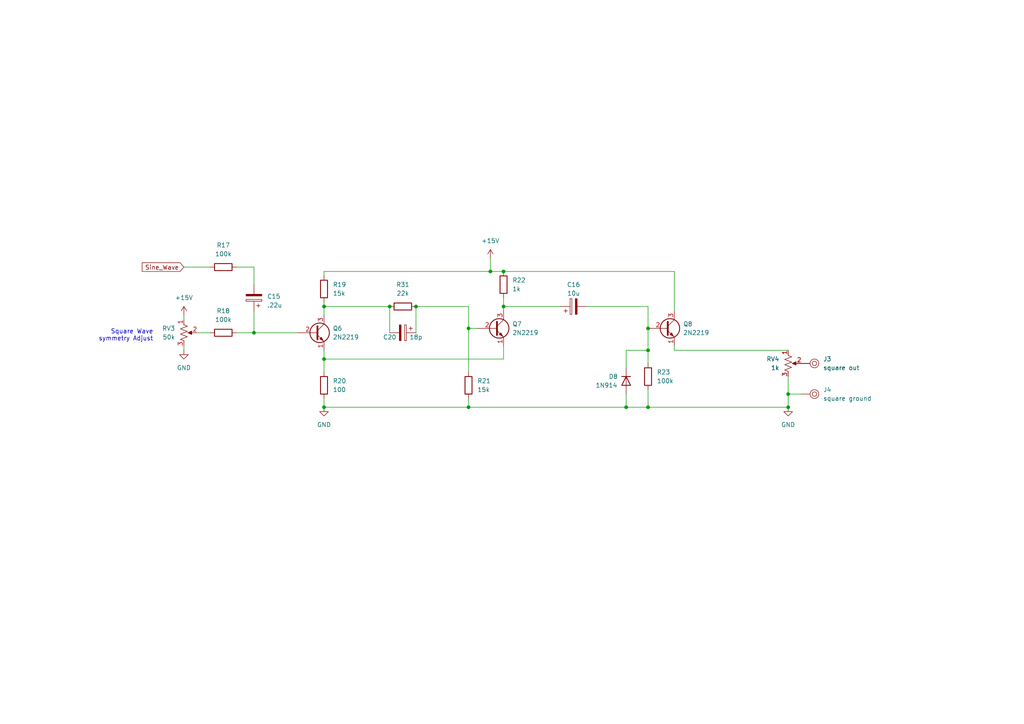
<source format=kicad_sch>
(kicad_sch (version 20211123) (generator eeschema)
  (paper "A4")
  (lib_symbols
    (symbol "Device:C_Polarized" (pin_numbers hide) (pin_names (offset 0.254))
      (property "Reference" "C" (at 0.635 2.54 0))
      (property "Value" "C_Polarized" (at 0.635 -2.54 0))
      (symbol "C_Polarized_0_1"
        (rectangle (start -2.286 0.508) (end 2.286 1.016))
        (polyline (pts (xy -1.778 2.286) (xy -0.762 2.286)))
        (polyline (pts (xy -1.27 2.794) (xy -1.27 1.778)))
        (rectangle (start 2.286 -0.508) (end -2.286 -1.016) (fill (type outline)))
      )
      (symbol "C_Polarized_1_1"
        (pin passive line (at 0 3.81 270) (length 2.794) (name "~") (number "1"))
        (pin passive line (at 0 -3.81 90) (length 2.794) (name "~") (number "2"))
      )
    )
    (symbol "Device:R" (pin_numbers hide) (pin_names (offset 0))
      (property "Reference" "R" (at 2.032 0 90))
      (property "Value" "R" (at 0 0 90))
      (symbol "R_0_1"
        (rectangle (start -1.016 -2.54) (end 1.016 2.54) (stroke (width 0.254)))
      )
      (symbol "R_1_1"
        (pin passive line (at 0 3.81 270) (length 1.27) (name "~") (number "1"))
        (pin passive line (at 0 -3.81 90) (length 1.27) (name "~") (number "2"))
      )
    )
    (symbol "Device:R_Potentiometer_US" (pin_names (offset 1.016) hide)
      (property "Reference" "RV" (at -4.445 0 90))
      (property "Value" "R_Potentiometer_US" (at -2.54 0 90))
      (symbol "R_Potentiometer_US_0_1"
        (polyline (pts (xy 0 -2.286) (xy 0 -2.54)))
        (polyline (pts (xy 0 2.54) (xy 0 2.286)))
        (polyline (pts (xy 2.54 0) (xy 1.524 0)))
        (polyline (pts (xy 1.143 0) (xy 2.286 0.508) (xy 2.286 -0.508) (xy 1.143 0)) (fill (type outline)))
        (polyline (pts (xy 0 -0.762) (xy 1.016 -1.143) (xy 0 -1.524) (xy -1.016 -1.905) (xy 0 -2.286)))
        (polyline (pts (xy 0 0.762) (xy 1.016 0.381) (xy 0 0) (xy -1.016 -0.381) (xy 0 -0.762)))
        (polyline (pts (xy 0 2.286) (xy 1.016 1.905) (xy 0 1.524) (xy -1.016 1.143) (xy 0 0.762)))
      )
      (symbol "R_Potentiometer_US_1_1"
        (pin passive line (at 0 3.81 270) (length 1.27) (name "1") (number "1"))
        (pin passive line (at 3.81 0 180) (length 1.27) (name "2") (number "2"))
        (pin passive line (at 0 -3.81 90) (length 1.27) (name "3") (number "3"))
      )
    )
    (symbol "Diode:1N914" (pin_numbers hide) (pin_names hide)
      (property "Reference" "D" (at 0 2.54 0))
      (property "Value" "1N914" (at 0 -2.54 0))
      (symbol "1N914_0_1"
        (polyline (pts (xy -1.27 1.27) (xy -1.27 -1.27)) (stroke (width 0.254)))
        (polyline (pts (xy 1.27 0) (xy -1.27 0)))
        (polyline (pts (xy 1.27 1.27) (xy 1.27 -1.27) (xy -1.27 0) (xy 1.27 1.27)) (stroke (width 0.254)))
      )
      (symbol "1N914_1_1"
        (pin passive line (at -3.81 0 0) (length 2.54) (name "K") (number "1"))
        (pin passive line (at 3.81 0 180) (length 2.54) (name "A") (number "2"))
      )
    )
    (symbol "Transistor_BJT:2N2219" (pin_names (offset 0) hide)
      (property "Reference" "Q" (at 5.08 1.905 0))
      (property "Value" "2N2219" (at 5.08 0 0))
      (symbol "2N2219_0_1"
        (polyline (pts (xy 0.635 0.635) (xy 2.54 2.54)))
        (polyline (pts (xy 0.635 -0.635) (xy 2.54 -2.54) (xy 2.54 -2.54)))
        (polyline (pts (xy 0.635 1.905) (xy 0.635 -1.905) (xy 0.635 -1.905)) (stroke (width 0.508)))
        (polyline (pts (xy 1.27 -1.778) (xy 1.778 -1.27) (xy 2.286 -2.286) (xy 1.27 -1.778) (xy 1.27 -1.778)) (fill (type outline)))
        (circle (center 1.27 0) (radius 2.8194) (stroke (width 0.254)))
      )
      (symbol "2N2219_1_1"
        (pin passive line (at 2.54 -5.08 90) (length 2.54) (name "E") (number "1"))
        (pin passive line (at -5.08 0 0) (length 5.715) (name "B") (number "2"))
        (pin passive line (at 2.54 5.08 270) (length 2.54) (name "C") (number "3"))
      )
    )
    (symbol "dk_Banana-and-Tip-Connectors-Jacks-Plugs:105-1102-001" (pin_numbers hide) (pin_names (offset 1.016) hide)
      (property "Reference" "J" (at -1.27 1.27 0))
      (property "Value" "105-1102-001" (at 1.27 -2.54 0))
      (symbol "105-1102-001_0_1"
        (circle (center 0 0) (radius 1.27))
      )
      (symbol "105-1102-001_1_1"
        (circle (center 0 0) (radius 0.635))
        (pin passive line (at 0 -3.81 90) (length 2.54) (name "~") (number "1"))
      )
    )
    (symbol "power:+15V" (power) (pin_names (offset 0))
      (property "Value" "+15V" (at 0 3.556 0))
      (symbol "+15V_0_1"
        (polyline (pts (xy -0.762 1.27) (xy 0 2.54)))
        (polyline (pts (xy 0 0) (xy 0 2.54)))
        (polyline (pts (xy 0 2.54) (xy 0.762 1.27)))
      )
      (symbol "+15V_1_1"
        (pin power_in line (at 0 0 90) (length 0) hide (name "+15V") (number "1"))
      )
    )
    (symbol "power:GND" (power) (pin_names (offset 0))
      (property "Value" "GND" (at 0 -3.81 0))
      (symbol "GND_0_1"
        (polyline (pts (xy 0 0) (xy 0 -1.27) (xy 1.27 -1.27) (xy 0 -2.54) (xy -1.27 -1.27) (xy 0 -1.27)))
      )
      (symbol "GND_1_1"
        (pin power_in line (at 0 0 270) (length 0) hide (name "GND") (number "1"))
      )
    )
  )
  (junction (at 142.24 78.74))
  (junction (at 93.98 88.9))
  (junction (at 146.05 78.74))
  (junction (at 187.96 118.11))
  (junction (at 93.98 118.11))
  (junction (at 93.98 104.14))
  (junction (at 73.66 96.52))
  (junction (at 135.89 118.11))
  (junction (at 146.05 88.9))
  (junction (at 187.96 101.6))
  (junction (at 113.03 88.9))
  (junction (at 228.6 118.11))
  (junction (at 135.89 95.25))
  (junction (at 187.96 95.25))
  (junction (at 181.61 118.11))
  (junction (at 228.6 114.3))
  (junction (at 120.65 88.9))
  (wire (pts (xy 93.98 88.9) (xy 113.03 88.9)))
  (wire (pts (xy 60.96 96.52) (xy 57.15 96.52)))
  (wire (pts (xy 181.61 101.6) (xy 181.61 106.68)))
  (wire (pts (xy 93.98 101.6) (xy 93.98 104.14)))
  (wire (pts (xy 181.61 118.11) (xy 187.96 118.11)))
  (wire (pts (xy 195.58 101.6) (xy 195.58 100.33)))
  (wire (pts (xy 93.98 88.9) (xy 93.98 91.44)))
  (wire (pts (xy 120.65 88.9) (xy 120.65 96.52)))
  (wire (pts (xy 142.24 78.74) (xy 142.24 74.93)))
  (wire (pts (xy 181.61 114.3) (xy 181.61 118.11)))
  (wire (pts (xy 138.43 95.25) (xy 135.89 95.25)))
  (wire (pts (xy 93.98 115.57) (xy 93.98 118.11)))
  (wire (pts (xy 187.96 88.9) (xy 187.96 95.25)))
  (wire (pts (xy 170.18 88.9) (xy 187.96 88.9)))
  (wire (pts (xy 228.6 109.22) (xy 228.6 114.3)))
  (wire (pts (xy 187.96 113.03) (xy 187.96 118.11)))
  (wire (pts (xy 135.89 115.57) (xy 135.89 118.11)))
  (wire (pts (xy 228.6 114.3) (xy 228.6 118.11)))
  (wire (pts (xy 228.6 114.3) (xy 232.41 114.3)))
  (wire (pts (xy 53.34 77.47) (xy 60.96 77.47)))
  (wire (pts (xy 228.6 101.6) (xy 195.58 101.6)))
  (wire (pts (xy 146.05 104.14) (xy 93.98 104.14)))
  (wire (pts (xy 93.98 118.11) (xy 135.89 118.11)))
  (wire (pts (xy 93.98 87.63) (xy 93.98 88.9)))
  (wire (pts (xy 135.89 88.9) (xy 120.65 88.9)))
  (wire (pts (xy 113.03 88.9) (xy 113.03 96.52)))
  (wire (pts (xy 142.24 78.74) (xy 146.05 78.74)))
  (wire (pts (xy 93.98 78.74) (xy 142.24 78.74)))
  (wire (pts (xy 73.66 96.52) (xy 86.36 96.52)))
  (wire (pts (xy 135.89 95.25) (xy 135.89 107.95)))
  (wire (pts (xy 146.05 78.74) (xy 195.58 78.74)))
  (wire (pts (xy 195.58 78.74) (xy 195.58 90.17)))
  (wire (pts (xy 146.05 86.36) (xy 146.05 88.9)))
  (wire (pts (xy 68.58 96.52) (xy 73.66 96.52)))
  (wire (pts (xy 135.89 118.11) (xy 181.61 118.11)))
  (wire (pts (xy 146.05 88.9) (xy 146.05 90.17)))
  (wire (pts (xy 162.56 88.9) (xy 146.05 88.9)))
  (wire (pts (xy 187.96 101.6) (xy 181.61 101.6)))
  (wire (pts (xy 73.66 90.17) (xy 73.66 96.52)))
  (wire (pts (xy 73.66 77.47) (xy 73.66 82.55)))
  (wire (pts (xy 187.96 105.41) (xy 187.96 101.6)))
  (wire (pts (xy 93.98 78.74) (xy 93.98 80.01)))
  (wire (pts (xy 135.89 95.25) (xy 135.89 88.9)))
  (wire (pts (xy 146.05 100.33) (xy 146.05 104.14)))
  (wire (pts (xy 53.34 91.44) (xy 53.34 92.71)))
  (wire (pts (xy 68.58 77.47) (xy 73.66 77.47)))
  (wire (pts (xy 53.34 101.6) (xy 53.34 100.33)))
  (wire (pts (xy 93.98 104.14) (xy 93.98 107.95)))
  (wire (pts (xy 187.96 118.11) (xy 228.6 118.11)))
  (wire (pts (xy 187.96 101.6) (xy 187.96 95.25)))
  (text "Square Wave\nsymmetry Adjust" (at 44.45 99.06 180) (effects (font (size 1.27 1.27)) (justify right bottom)))
  (global_label "Sine_Wave" (shape input) (at 53.34 77.47 180) (property "Intersheet References" "${INTERSHEET_REFS}" (effects hide)))
  (symbol (lib_id "dk_Banana-and-Tip-Connectors-Jacks-Plugs:105-1102-001") (at 236.22 105.41 270) (unit 1)
    (property "Reference" "J3" (at 238.76 104.1399 90) (effects (justify left)))
    (property "Value" "square out" (at 238.76 106.6799 90) (effects (justify left)))
    (property "Footprint" "digikey-footprints:Test_Jack_Horiz" (effects hide))
    (property "Datasheet" "https://belfuse.com/resources/Johnson/drawings/dr-1051101001.pdf" (effects hide))
    (property "Digi-Key_PN" "J576-ND" (effects hide))
    (property "MPN" "105-1102-001" (effects hide))
    (property "Category" "Connectors, Interconnects" (effects hide))
    (property "Family" "Banana and Tip Connectors - Jacks, Plugs" (effects hide))
    (property "DK_Datasheet_Link" "https://belfuse.com/resources/Johnson/drawings/dr-1051101001.pdf" (effects hide))
    (property "DK_Detail_Page" "/product-detail/en/cinch-connectivity-solutions-johnson/105-1102-001/J576-ND/241121" (effects hide))
    (property "Description" "CONN TIP JACK SOLDER RED" (effects hide))
    (property "Manufacturer" "Cinch Connectivity Solutions Johnson" (effects hide))
    (property "Status" "Active" (effects hide))
  )
  (symbol (lib_id "Device:R") (at 64.77 77.47 90) (unit 1)
    (property "Reference" "R17" (at 64.77 71.12 90))
    (property "Value" "100k" (at 64.77 73.66 90))
  )
  (symbol (lib_id "Device:R") (at 93.98 83.82 180) (unit 1)
    (property "Reference" "R19" (at 96.52 82.5499 0) (effects (justify right)))
    (property "Value" "15k" (at 96.52 85.0899 0) (effects (justify right)))
  )
  (symbol (lib_id "Transistor_BJT:2N2219") (at 143.51 95.25 0) (unit 1)
    (property "Reference" "Q7" (at 148.59 93.9799 0) (effects (justify left)))
    (property "Value" "2N2219" (at 148.59 96.5199 0) (effects (justify left)))
    (property "Footprint" "Package_TO_SOT_THT:TO-39-3" (effects hide))
    (property "Datasheet" "http://www.onsemi.com/pub_link/Collateral/2N2219-D.PDF" (effects hide))
  )
  (symbol (lib_id "Device:R_Potentiometer_US") (at 228.6 105.41 0) (unit 1)
    (property "Reference" "RV4" (at 226.06 104.1399 0) (effects (justify right)))
    (property "Value" "1k" (at 226.06 106.6799 0) (effects (justify right)))
  )
  (symbol (lib_id "Device:R") (at 116.84 88.9 90) (unit 1)
    (property "Reference" "R31" (at 116.84 82.55 90))
    (property "Value" "22k" (at 116.84 85.09 90))
  )
  (symbol (lib_id "Transistor_BJT:2N2219") (at 193.04 95.25 0) (unit 1)
    (property "Reference" "Q8" (at 198.12 93.9799 0) (effects (justify left)))
    (property "Value" "2N2219" (at 198.12 96.5199 0) (effects (justify left)))
    (property "Footprint" "Package_TO_SOT_THT:TO-39-3" (effects hide))
    (property "Datasheet" "http://www.onsemi.com/pub_link/Collateral/2N2219-D.PDF" (effects hide))
  )
  (symbol (lib_id "Device:R") (at 187.96 109.22 180) (unit 1)
    (property "Reference" "R23" (at 190.5 107.9499 0) (effects (justify right)))
    (property "Value" "100k" (at 190.5 110.4899 0) (effects (justify right)))
  )
  (symbol (lib_id "Device:R_Potentiometer_US") (at 53.34 96.52 0) (unit 1)
    (property "Reference" "RV3" (at 50.8 95.2499 0) (effects (justify right)))
    (property "Value" "50k" (at 50.8 97.7899 0) (effects (justify right)))
  )
  (symbol (lib_id "power:GND") (at 228.6 118.11 0) (unit 1)
    (property "Reference" "#PWR022" (effects hide))
    (property "Value" "GND" (at 228.6 123.19 0))
  )
  (symbol (lib_id "Device:C_Polarized") (at 166.37 88.9 90) (unit 1)
    (property "Reference" "C16" (at 166.37 82.55 90))
    (property "Value" "10u" (at 166.37 85.09 90))
  )
  (symbol (lib_id "Device:R") (at 146.05 82.55 180) (unit 1)
    (property "Reference" "R22" (at 148.59 81.2799 0) (effects (justify right)))
    (property "Value" "1k" (at 148.59 83.8199 0) (effects (justify right)))
  )
  (symbol (lib_id "Device:R") (at 93.98 111.76 180) (unit 1)
    (property "Reference" "R20" (at 96.52 110.4899 0) (effects (justify right)))
    (property "Value" "100" (at 96.52 113.0299 0) (effects (justify right)))
  )
  (symbol (lib_id "power:+15V") (at 53.34 91.44 0) (unit 1)
    (property "Reference" "#PWR023" (effects hide))
    (property "Value" "+15V" (at 53.34 86.36 0))
  )
  (symbol (lib_id "Device:R") (at 135.89 111.76 180) (unit 1)
    (property "Reference" "R21" (at 138.43 110.4899 0) (effects (justify right)))
    (property "Value" "15k" (at 138.43 113.0299 0) (effects (justify right)))
  )
  (symbol (lib_id "power:+15V") (at 142.24 74.93 0) (unit 1)
    (property "Reference" "#PWR021" (effects hide))
    (property "Value" "+15V" (at 142.24 69.85 0))
  )
  (symbol (lib_id "Device:R") (at 64.77 96.52 90) (unit 1)
    (property "Reference" "R18" (at 64.77 90.17 90))
    (property "Value" "100k" (at 64.77 92.71 90))
  )
  (symbol (lib_id "power:GND") (at 93.98 118.11 0) (unit 1)
    (property "Reference" "#PWR019" (effects hide))
    (property "Value" "GND" (at 93.98 123.19 0))
  )
  (symbol (lib_id "Device:C_Polarized") (at 73.66 86.36 180) (unit 1)
    (property "Reference" "C15" (at 77.47 85.9789 0) (effects (justify right)))
    (property "Value" ".22u" (at 77.47 88.5189 0) (effects (justify right)))
  )
  (symbol (lib_id "power:GND") (at 53.34 101.6 0) (unit 1)
    (property "Reference" "#PWR024" (effects hide))
    (property "Value" "GND" (at 53.34 106.68 0))
  )
  (symbol (lib_id "Diode:1N914") (at 181.61 110.49 270) (unit 1)
    (property "Reference" "D8" (at 176.53 109.22 90) (effects (justify left)))
    (property "Value" "1N914" (at 172.72 111.76 90) (effects (justify left)))
    (property "Footprint" "Diode_THT:D_DO-35_SOD27_P7.62mm_Horizontal" (effects hide))
    (property "Datasheet" "http://www.vishay.com/docs/85622/1n914.pdf" (effects hide))
  )
  (symbol (lib_id "Device:C_Polarized") (at 116.84 96.52 270) (unit 1)
    (property "Reference" "C20" (at 113.03 97.79 90))
    (property "Value" "18p" (at 120.65 97.79 90))
  )
  (symbol (lib_id "Transistor_BJT:2N2219") (at 91.44 96.52 0) (unit 1)
    (property "Reference" "Q6" (at 96.52 95.2499 0) (effects (justify left)))
    (property "Value" "2N2219" (at 96.52 97.7899 0) (effects (justify left)))
    (property "Footprint" "Package_TO_SOT_THT:TO-39-3" (effects hide))
    (property "Datasheet" "http://www.onsemi.com/pub_link/Collateral/2N2219-D.PDF" (effects hide))
  )
  (symbol (lib_id "dk_Banana-and-Tip-Connectors-Jacks-Plugs:105-1102-001") (at 236.22 114.3 270) (unit 1)
    (property "Reference" "J4" (at 238.76 113.0299 90) (effects (justify left)))
    (property "Value" "square ground" (at 238.76 115.5699 90) (effects (justify left)))
    (property "Footprint" "digikey-footprints:Test_Jack_Horiz" (effects hide))
    (property "Datasheet" "https://belfuse.com/resources/Johnson/drawings/dr-1051101001.pdf" (effects hide))
    (property "Digi-Key_PN" "J576-ND" (effects hide))
    (property "MPN" "105-1102-001" (effects hide))
    (property "Category" "Connectors, Interconnects" (effects hide))
    (property "Family" "Banana and Tip Connectors - Jacks, Plugs" (effects hide))
    (property "DK_Datasheet_Link" "https://belfuse.com/resources/Johnson/drawings/dr-1051101001.pdf" (effects hide))
    (property "DK_Detail_Page" "/product-detail/en/cinch-connectivity-solutions-johnson/105-1102-001/J576-ND/241121" (effects hide))
    (property "Description" "CONN TIP JACK SOLDER RED" (effects hide))
    (property "Manufacturer" "Cinch Connectivity Solutions Johnson" (effects hide))
    (property "Status" "Active" (effects hide))
  )
)
</source>
